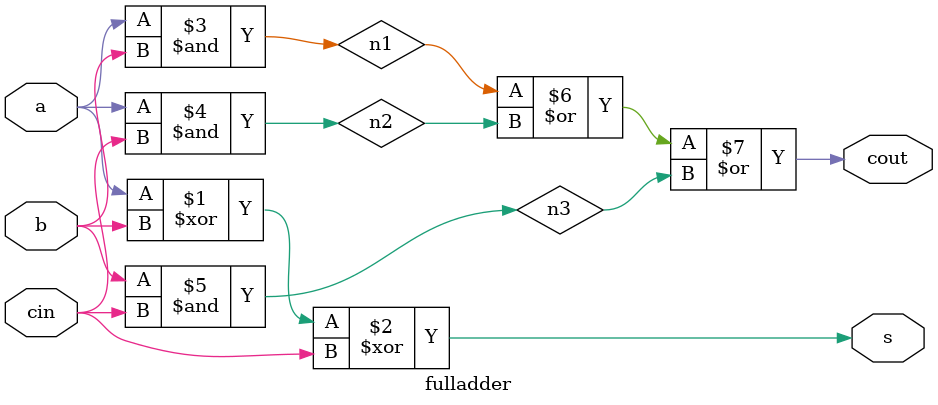
<source format=v>

module fulladder(a,b,cin,s,cout); 

input a,b,cin;  //inputs
output s,cout;  //outputs
wire n1,n2,n3;  //wires

xor xor1(s,a,b,cin);
and and1(n1,a,b);
and and2(n2,a,cin);
and and3(n3,b,cin);
or or1(cout,n1,n2,n3);

endmodule

</source>
